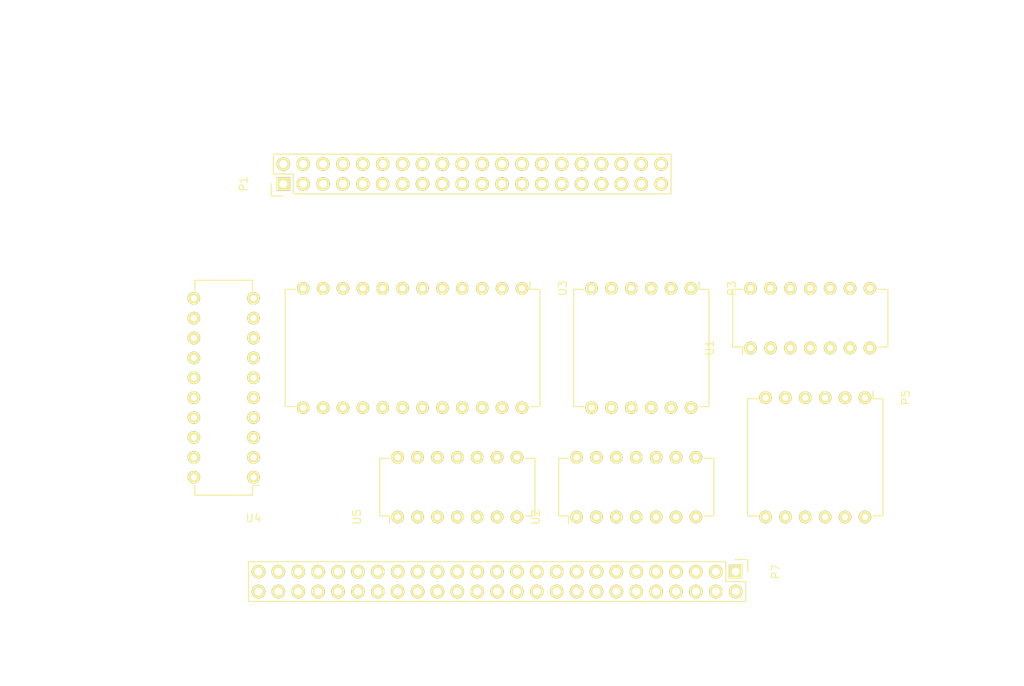
<source format=kicad_pcb>
(kicad_pcb (version 4) (host pcbnew "(after 2015-mar-04 BZR unknown)-product")

  (general
    (links 90)
    (no_connects 90)
    (area 0 0 0 0)
    (thickness 1.6)
    (drawings 0)
    (tracks 0)
    (zones 0)
    (modules 9)
    (nets 102)
  )

  (page A4)
  (layers
    (0 F.Cu signal)
    (31 B.Cu signal)
    (32 B.Adhes user)
    (33 F.Adhes user)
    (34 B.Paste user)
    (35 F.Paste user)
    (36 B.SilkS user)
    (37 F.SilkS user)
    (38 B.Mask user)
    (39 F.Mask user)
    (40 Dwgs.User user)
    (41 Cmts.User user)
    (42 Eco1.User user)
    (43 Eco2.User user)
    (44 Edge.Cuts user)
    (45 Margin user)
    (46 B.CrtYd user)
    (47 F.CrtYd user)
    (48 B.Fab user)
    (49 F.Fab user)
  )

  (setup
    (last_trace_width 0.25)
    (trace_clearance 0.2)
    (zone_clearance 0.508)
    (zone_45_only no)
    (trace_min 0.2)
    (segment_width 0.2)
    (edge_width 0.1)
    (via_size 0.6)
    (via_drill 0.4)
    (via_min_size 0.4)
    (via_min_drill 0.3)
    (uvia_size 0.3)
    (uvia_drill 0.1)
    (uvias_allowed no)
    (uvia_min_size 0.2)
    (uvia_min_drill 0.1)
    (pcb_text_width 0.3)
    (pcb_text_size 1.5 1.5)
    (mod_edge_width 0.15)
    (mod_text_size 1 1)
    (mod_text_width 0.15)
    (pad_size 1.5 1.5)
    (pad_drill 0.6)
    (pad_to_mask_clearance 0)
    (aux_axis_origin 0 0)
    (visible_elements 7FFFFFFF)
    (pcbplotparams
      (layerselection 0x00030_80000001)
      (usegerberextensions false)
      (excludeedgelayer true)
      (linewidth 0.100000)
      (plotframeref false)
      (viasonmask false)
      (mode 1)
      (useauxorigin false)
      (hpglpennumber 1)
      (hpglpenspeed 20)
      (hpglpendiameter 15)
      (hpglpenoverlay 2)
      (psnegative false)
      (psa4output false)
      (plotreference true)
      (plotvalue true)
      (plotinvisibletext false)
      (padsonsilk false)
      (subtractmaskfromsilk false)
      (outputformat 1)
      (mirror false)
      (drillshape 1)
      (scaleselection 1)
      (outputdirectory ""))
  )

  (net 0 "")
  (net 1 "Net-(P1-Pad1)")
  (net 2 "Net-(P1-Pad2)")
  (net 3 G2)
  (net 4 "Net-(P1-Pad4)")
  (net 5 G3)
  (net 6 "Net-(P1-Pad6)")
  (net 7 G4)
  (net 8 G13)
  (net 9 "Net-(P1-Pad9)")
  (net 10 G12)
  (net 11 G17)
  (net 12 G18)
  (net 13 "Net-(P1-Pad13)")
  (net 14 "Net-(P1-Pad14)")
  (net 15 G23)
  (net 16 "Net-(P1-Pad17)")
  (net 17 "Net-(P1-Pad18)")
  (net 18 G10)
  (net 19 "Net-(P1-Pad20)")
  (net 20 G9)
  (net 21 "Net-(P1-Pad22)")
  (net 22 G11)
  (net 23 G8)
  (net 24 "Net-(P1-Pad25)")
  (net 25 G7)
  (net 26 G0)
  (net 27 G1)
  (net 28 G5)
  (net 29 "Net-(P1-Pad30)")
  (net 30 G6)
  (net 31 G15)
  (net 32 G14)
  (net 33 "Net-(P1-Pad34)")
  (net 34 +3V3)
  (net 35 GND)
  (net 36 /RD)
  (net 37 +5V)
  (net 38 /IORQ)
  (net 39 G19)
  (net 40 "Net-(P3-Pad4)")
  (net 41 G16)
  (net 42 /INT)
  (net 43 /D3)
  (net 44 /D2)
  (net 45 /D1)
  (net 46 /D0)
  (net 47 /D7)
  (net 48 /D6)
  (net 49 /D5)
  (net 50 /D4)
  (net 51 /CS1)
  (net 52 /CS2)
  (net 53 /CS12)
  (net 54 /SLTSL)
  (net 55 "Net-(P7-Pad5)")
  (net 56 "Net-(P7-Pad6)")
  (net 57 "Net-(P7-Pad7)")
  (net 58 "Net-(P7-Pad9)")
  (net 59 MERQ)
  (net 60 "Net-(P7-Pad16)")
  (net 61 /A9)
  (net 62 /A15)
  (net 63 /A11)
  (net 64 /A10)
  (net 65 /A7)
  (net 66 /A6)
  (net 67 /A12)
  (net 68 /A8)
  (net 69 /A14)
  (net 70 "Net-(U1-Pad3)")
  (net 71 "Net-(U1-Pad5)")
  (net 72 "Net-(U3-Pad3)")
  (net 73 /A0)
  (net 74 /A1)
  (net 75 /A2)
  (net 76 /A3)
  (net 77 /A4)
  (net 78 /A5)
  (net 79 "Net-(U2-Pad12)")
  (net 80 "Net-(U2-Pad5)")
  (net 81 "Net-(U2-Pad6)")
  (net 82 "Net-(U2-Pad13)")
  (net 83 /A13)
  (net 84 "Net-(P7-Pad42)")
  (net 85 "Net-(P7-Pad44)")
  (net 86 "Net-(P7-Pad46)")
  (net 87 "Net-(P7-Pad48)")
  (net 88 "Net-(P7-Pad49)")
  (net 89 "Net-(P7-Pad50)")
  (net 90 "Net-(P1-Pad37)")
  (net 91 "Net-(P1-Pad39)")
  (net 92 /WAIT_RESET)
  (net 93 "Net-(U2-Pad10)")
  (net 94 /BUSDIR)
  (net 95 RESET)
  (net 96 "Net-(U1-Pad6)")
  (net 97 "Net-(U2-Pad11)")
  (net 98 VCC)
  (net 99 "Net-(U5-Pad3)")
  (net 100 "Net-(U5-Pad10)")
  (net 101 /WR)

  (net_class Default "This is the default net class."
    (clearance 0.2)
    (trace_width 0.25)
    (via_dia 0.6)
    (via_drill 0.4)
    (uvia_dia 0.3)
    (uvia_drill 0.1)
    (add_net +3V3)
    (add_net +5V)
    (add_net /A0)
    (add_net /A1)
    (add_net /A10)
    (add_net /A11)
    (add_net /A12)
    (add_net /A13)
    (add_net /A14)
    (add_net /A15)
    (add_net /A2)
    (add_net /A3)
    (add_net /A4)
    (add_net /A5)
    (add_net /A6)
    (add_net /A7)
    (add_net /A8)
    (add_net /A9)
    (add_net /BUSDIR)
    (add_net /CS1)
    (add_net /CS12)
    (add_net /CS2)
    (add_net /D0)
    (add_net /D1)
    (add_net /D2)
    (add_net /D3)
    (add_net /D4)
    (add_net /D5)
    (add_net /D6)
    (add_net /D7)
    (add_net /INT)
    (add_net /IORQ)
    (add_net /RD)
    (add_net /SLTSL)
    (add_net /WAIT_RESET)
    (add_net /WR)
    (add_net G0)
    (add_net G1)
    (add_net G10)
    (add_net G11)
    (add_net G12)
    (add_net G13)
    (add_net G14)
    (add_net G15)
    (add_net G16)
    (add_net G17)
    (add_net G18)
    (add_net G19)
    (add_net G2)
    (add_net G23)
    (add_net G3)
    (add_net G4)
    (add_net G5)
    (add_net G6)
    (add_net G7)
    (add_net G8)
    (add_net G9)
    (add_net GND)
    (add_net MERQ)
    (add_net "Net-(P1-Pad1)")
    (add_net "Net-(P1-Pad13)")
    (add_net "Net-(P1-Pad14)")
    (add_net "Net-(P1-Pad17)")
    (add_net "Net-(P1-Pad18)")
    (add_net "Net-(P1-Pad2)")
    (add_net "Net-(P1-Pad20)")
    (add_net "Net-(P1-Pad22)")
    (add_net "Net-(P1-Pad25)")
    (add_net "Net-(P1-Pad30)")
    (add_net "Net-(P1-Pad34)")
    (add_net "Net-(P1-Pad37)")
    (add_net "Net-(P1-Pad39)")
    (add_net "Net-(P1-Pad4)")
    (add_net "Net-(P1-Pad6)")
    (add_net "Net-(P1-Pad9)")
    (add_net "Net-(P3-Pad4)")
    (add_net "Net-(P7-Pad16)")
    (add_net "Net-(P7-Pad42)")
    (add_net "Net-(P7-Pad44)")
    (add_net "Net-(P7-Pad46)")
    (add_net "Net-(P7-Pad48)")
    (add_net "Net-(P7-Pad49)")
    (add_net "Net-(P7-Pad5)")
    (add_net "Net-(P7-Pad50)")
    (add_net "Net-(P7-Pad6)")
    (add_net "Net-(P7-Pad7)")
    (add_net "Net-(P7-Pad9)")
    (add_net "Net-(U1-Pad3)")
    (add_net "Net-(U1-Pad5)")
    (add_net "Net-(U1-Pad6)")
    (add_net "Net-(U2-Pad10)")
    (add_net "Net-(U2-Pad11)")
    (add_net "Net-(U2-Pad12)")
    (add_net "Net-(U2-Pad13)")
    (add_net "Net-(U2-Pad5)")
    (add_net "Net-(U2-Pad6)")
    (add_net "Net-(U3-Pad3)")
    (add_net "Net-(U5-Pad10)")
    (add_net "Net-(U5-Pad3)")
    (add_net RESET)
    (add_net VCC)
  )

  (module Pin_Headers:Pin_Header_Straight_2x20 (layer F.Cu) (tedit 0) (tstamp 55927730)
    (at 131.445 83.185 90)
    (descr "Through hole pin header")
    (tags "pin header")
    (path /558956E0)
    (fp_text reference P1 (at 0 -5.1 90) (layer F.SilkS)
      (effects (font (size 1 1) (thickness 0.15)))
    )
    (fp_text value RASPI_V2 (at 0 -3.1 90) (layer F.Fab)
      (effects (font (size 1 1) (thickness 0.15)))
    )
    (fp_line (start -1.75 -1.75) (end -1.75 50.05) (layer F.CrtYd) (width 0.05))
    (fp_line (start 4.3 -1.75) (end 4.3 50.05) (layer F.CrtYd) (width 0.05))
    (fp_line (start -1.75 -1.75) (end 4.3 -1.75) (layer F.CrtYd) (width 0.05))
    (fp_line (start -1.75 50.05) (end 4.3 50.05) (layer F.CrtYd) (width 0.05))
    (fp_line (start 3.81 49.53) (end 3.81 -1.27) (layer F.SilkS) (width 0.15))
    (fp_line (start -1.27 1.27) (end -1.27 49.53) (layer F.SilkS) (width 0.15))
    (fp_line (start 3.81 49.53) (end -1.27 49.53) (layer F.SilkS) (width 0.15))
    (fp_line (start 3.81 -1.27) (end 1.27 -1.27) (layer F.SilkS) (width 0.15))
    (fp_line (start 0 -1.55) (end -1.55 -1.55) (layer F.SilkS) (width 0.15))
    (fp_line (start 1.27 -1.27) (end 1.27 1.27) (layer F.SilkS) (width 0.15))
    (fp_line (start 1.27 1.27) (end -1.27 1.27) (layer F.SilkS) (width 0.15))
    (fp_line (start -1.55 -1.55) (end -1.55 0) (layer F.SilkS) (width 0.15))
    (pad 1 thru_hole rect (at 0 0 90) (size 1.7272 1.7272) (drill 1.016) (layers *.Cu *.Mask F.SilkS)
      (net 1 "Net-(P1-Pad1)"))
    (pad 2 thru_hole oval (at 2.54 0 90) (size 1.7272 1.7272) (drill 1.016) (layers *.Cu *.Mask F.SilkS)
      (net 2 "Net-(P1-Pad2)"))
    (pad 3 thru_hole oval (at 0 2.54 90) (size 1.7272 1.7272) (drill 1.016) (layers *.Cu *.Mask F.SilkS)
      (net 3 G2))
    (pad 4 thru_hole oval (at 2.54 2.54 90) (size 1.7272 1.7272) (drill 1.016) (layers *.Cu *.Mask F.SilkS)
      (net 4 "Net-(P1-Pad4)"))
    (pad 5 thru_hole oval (at 0 5.08 90) (size 1.7272 1.7272) (drill 1.016) (layers *.Cu *.Mask F.SilkS)
      (net 5 G3))
    (pad 6 thru_hole oval (at 2.54 5.08 90) (size 1.7272 1.7272) (drill 1.016) (layers *.Cu *.Mask F.SilkS)
      (net 6 "Net-(P1-Pad6)"))
    (pad 7 thru_hole oval (at 0 7.62 90) (size 1.7272 1.7272) (drill 1.016) (layers *.Cu *.Mask F.SilkS)
      (net 7 G4))
    (pad 8 thru_hole oval (at 2.54 7.62 90) (size 1.7272 1.7272) (drill 1.016) (layers *.Cu *.Mask F.SilkS)
      (net 32 G14))
    (pad 9 thru_hole oval (at 0 10.16 90) (size 1.7272 1.7272) (drill 1.016) (layers *.Cu *.Mask F.SilkS)
      (net 9 "Net-(P1-Pad9)"))
    (pad 10 thru_hole oval (at 2.54 10.16 90) (size 1.7272 1.7272) (drill 1.016) (layers *.Cu *.Mask F.SilkS)
      (net 31 G15))
    (pad 11 thru_hole oval (at 0 12.7 90) (size 1.7272 1.7272) (drill 1.016) (layers *.Cu *.Mask F.SilkS)
      (net 11 G17))
    (pad 12 thru_hole oval (at 2.54 12.7 90) (size 1.7272 1.7272) (drill 1.016) (layers *.Cu *.Mask F.SilkS)
      (net 12 G18))
    (pad 13 thru_hole oval (at 0 15.24 90) (size 1.7272 1.7272) (drill 1.016) (layers *.Cu *.Mask F.SilkS)
      (net 13 "Net-(P1-Pad13)"))
    (pad 14 thru_hole oval (at 2.54 15.24 90) (size 1.7272 1.7272) (drill 1.016) (layers *.Cu *.Mask F.SilkS)
      (net 14 "Net-(P1-Pad14)"))
    (pad 15 thru_hole oval (at 0 17.78 90) (size 1.7272 1.7272) (drill 1.016) (layers *.Cu *.Mask F.SilkS)
      (net 92 /WAIT_RESET))
    (pad 16 thru_hole oval (at 2.54 17.78 90) (size 1.7272 1.7272) (drill 1.016) (layers *.Cu *.Mask F.SilkS)
      (net 15 G23))
    (pad 17 thru_hole oval (at 0 20.32 90) (size 1.7272 1.7272) (drill 1.016) (layers *.Cu *.Mask F.SilkS)
      (net 16 "Net-(P1-Pad17)"))
    (pad 18 thru_hole oval (at 2.54 20.32 90) (size 1.7272 1.7272) (drill 1.016) (layers *.Cu *.Mask F.SilkS)
      (net 17 "Net-(P1-Pad18)"))
    (pad 19 thru_hole oval (at 0 22.86 90) (size 1.7272 1.7272) (drill 1.016) (layers *.Cu *.Mask F.SilkS)
      (net 18 G10))
    (pad 20 thru_hole oval (at 2.54 22.86 90) (size 1.7272 1.7272) (drill 1.016) (layers *.Cu *.Mask F.SilkS)
      (net 19 "Net-(P1-Pad20)"))
    (pad 21 thru_hole oval (at 0 25.4 90) (size 1.7272 1.7272) (drill 1.016) (layers *.Cu *.Mask F.SilkS)
      (net 20 G9))
    (pad 22 thru_hole oval (at 2.54 25.4 90) (size 1.7272 1.7272) (drill 1.016) (layers *.Cu *.Mask F.SilkS)
      (net 21 "Net-(P1-Pad22)"))
    (pad 23 thru_hole oval (at 0 27.94 90) (size 1.7272 1.7272) (drill 1.016) (layers *.Cu *.Mask F.SilkS)
      (net 22 G11))
    (pad 24 thru_hole oval (at 2.54 27.94 90) (size 1.7272 1.7272) (drill 1.016) (layers *.Cu *.Mask F.SilkS)
      (net 23 G8))
    (pad 25 thru_hole oval (at 0 30.48 90) (size 1.7272 1.7272) (drill 1.016) (layers *.Cu *.Mask F.SilkS)
      (net 24 "Net-(P1-Pad25)"))
    (pad 26 thru_hole oval (at 2.54 30.48 90) (size 1.7272 1.7272) (drill 1.016) (layers *.Cu *.Mask F.SilkS)
      (net 25 G7))
    (pad 27 thru_hole oval (at 0 33.02 90) (size 1.7272 1.7272) (drill 1.016) (layers *.Cu *.Mask F.SilkS)
      (net 26 G0))
    (pad 28 thru_hole oval (at 2.54 33.02 90) (size 1.7272 1.7272) (drill 1.016) (layers *.Cu *.Mask F.SilkS)
      (net 27 G1))
    (pad 29 thru_hole oval (at 0 35.56 90) (size 1.7272 1.7272) (drill 1.016) (layers *.Cu *.Mask F.SilkS)
      (net 28 G5))
    (pad 30 thru_hole oval (at 2.54 35.56 90) (size 1.7272 1.7272) (drill 1.016) (layers *.Cu *.Mask F.SilkS)
      (net 29 "Net-(P1-Pad30)"))
    (pad 31 thru_hole oval (at 0 38.1 90) (size 1.7272 1.7272) (drill 1.016) (layers *.Cu *.Mask F.SilkS)
      (net 30 G6))
    (pad 32 thru_hole oval (at 2.54 38.1 90) (size 1.7272 1.7272) (drill 1.016) (layers *.Cu *.Mask F.SilkS)
      (net 10 G12))
    (pad 33 thru_hole oval (at 0 40.64 90) (size 1.7272 1.7272) (drill 1.016) (layers *.Cu *.Mask F.SilkS)
      (net 8 G13))
    (pad 34 thru_hole oval (at 2.54 40.64 90) (size 1.7272 1.7272) (drill 1.016) (layers *.Cu *.Mask F.SilkS)
      (net 33 "Net-(P1-Pad34)"))
    (pad 35 thru_hole oval (at 0 43.18 90) (size 1.7272 1.7272) (drill 1.016) (layers *.Cu *.Mask F.SilkS)
      (net 39 G19))
    (pad 36 thru_hole oval (at 2.54 43.18 90) (size 1.7272 1.7272) (drill 1.016) (layers *.Cu *.Mask F.SilkS)
      (net 41 G16))
    (pad 37 thru_hole oval (at 0 45.72 90) (size 1.7272 1.7272) (drill 1.016) (layers *.Cu *.Mask F.SilkS)
      (net 90 "Net-(P1-Pad37)"))
    (pad 38 thru_hole oval (at 2.54 45.72 90) (size 1.7272 1.7272) (drill 1.016) (layers *.Cu *.Mask F.SilkS)
      (net 36 /RD))
    (pad 39 thru_hole oval (at 0 48.26 90) (size 1.7272 1.7272) (drill 1.016) (layers *.Cu *.Mask F.SilkS)
      (net 91 "Net-(P1-Pad39)"))
    (pad 40 thru_hole oval (at 2.54 48.26 90) (size 1.7272 1.7272) (drill 1.016) (layers *.Cu *.Mask F.SilkS)
      (net 101 /WR))
    (model Pin_Headers.3dshapes/Pin_Header_Straight_2x20.wrl
      (at (xyz 0.05 -0.95 0))
      (scale (xyz 1 1 1))
      (rotate (xyz 0 0 90))
    )
  )

  (module meesokim:DIP-12_W15.24mm (layer F.Cu) (tedit 558A229B) (tstamp 5592774B)
    (at 183.515 96.52 270)
    (descr "12-lead dip package, row spacing 15.24 mm (600 mils)")
    (tags "dil dip 2.54 600")
    (path /55897B6E)
    (attr virtual)
    (fp_text reference P3 (at 0 -5.22 270) (layer F.SilkS)
      (effects (font (size 1 1) (thickness 0.15)))
    )
    (fp_text value LS04 (at 0 -3.72 270) (layer F.Fab)
      (effects (font (size 1 1) (thickness 0.15)))
    )
    (fp_line (start -1.05 -2.45) (end -1.05 35.5) (layer F.CrtYd) (width 0.05))
    (fp_line (start 16.3 -2.45) (end 16.3 35.5) (layer F.CrtYd) (width 0.05))
    (fp_line (start -1.05 -2.45) (end 16.3 -2.45) (layer F.CrtYd) (width 0.05))
    (fp_line (start -1.05 15.18) (end 16.3 15.18) (layer F.CrtYd) (width 0.05))
    (fp_line (start 0.135 -2.295) (end 0.135 -1.025) (layer F.SilkS) (width 0.15))
    (fp_line (start 15.105 -2.295) (end 15.105 -1.025) (layer F.SilkS) (width 0.15))
    (fp_line (start 15.105 14.995) (end 15.105 13.725) (layer F.SilkS) (width 0.15))
    (fp_line (start 0.135 14.995) (end 0.135 13.725) (layer F.SilkS) (width 0.15))
    (fp_line (start 0.135 -2.295) (end 15.105 -2.295) (layer F.SilkS) (width 0.15))
    (fp_line (start 0.135 14.995) (end 15.105 14.995) (layer F.SilkS) (width 0.15))
    (fp_line (start 0.135 -1.025) (end -0.8 -1.025) (layer F.SilkS) (width 0.15))
    (pad 1 thru_hole oval (at 0 0 270) (size 1.6 1.6) (drill 0.8) (layers *.Cu *.Mask F.SilkS)
      (net 39 G19))
    (pad 2 thru_hole oval (at 0 2.54 270) (size 1.6 1.6) (drill 0.8) (layers *.Cu *.Mask F.SilkS)
      (net 12 G18))
    (pad 3 thru_hole oval (at 0 5.08 270) (size 1.6 1.6) (drill 0.8) (layers *.Cu *.Mask F.SilkS)
      (net 34 +3V3))
    (pad 4 thru_hole oval (at 0 7.62 270) (size 1.6 1.6) (drill 0.8) (layers *.Cu *.Mask F.SilkS)
      (net 40 "Net-(P3-Pad4)"))
    (pad 5 thru_hole oval (at 0 10.16 270) (size 1.6 1.6) (drill 0.8) (layers *.Cu *.Mask F.SilkS)
      (net 11 G17))
    (pad 6 thru_hole oval (at 0 12.7 270) (size 1.6 1.6) (drill 0.8) (layers *.Cu *.Mask F.SilkS)
      (net 41 G16))
    (pad 7 thru_hole oval (at 15.24 12.7 270) (size 1.6 1.6) (drill 0.8) (layers *.Cu *.Mask F.SilkS)
      (net 42 /INT))
    (pad 8 thru_hole oval (at 15.24 10.16 270) (size 1.6 1.6) (drill 0.8) (layers *.Cu *.Mask F.SilkS)
      (net 94 /BUSDIR))
    (pad 9 thru_hole oval (at 15.24 7.62 270) (size 1.6 1.6) (drill 0.8) (layers *.Cu *.Mask F.SilkS)
      (net 35 GND))
    (pad 10 thru_hole oval (at 15.24 5.08 270) (size 1.6 1.6) (drill 0.8) (layers *.Cu *.Mask F.SilkS)
      (net 37 +5V))
    (pad 11 thru_hole oval (at 15.24 2.54 270) (size 1.6 1.6) (drill 0.8) (layers *.Cu *.Mask F.SilkS)
      (net 38 /IORQ))
    (pad 12 thru_hole oval (at 15.24 0 270) (size 1.6 1.6) (drill 0.8) (layers *.Cu *.Mask F.SilkS)
      (net 59 MERQ))
    (model Housings_DIP.3dshapes/DIP-28_W15.24mm.wrl
      (at (xyz 0 0 0))
      (scale (xyz 1 1 1))
      (rotate (xyz 0 0 0))
    )
  )

  (module meesokim:DIP-12_W15.24mm (layer F.Cu) (tedit 558A229B) (tstamp 55927766)
    (at 205.74 110.49 270)
    (descr "12-lead dip package, row spacing 15.24 mm (600 mils)")
    (tags "dil dip 2.54 600")
    (path /558A31BB)
    (attr virtual)
    (fp_text reference P5 (at 0 -5.22 270) (layer F.SilkS)
      (effects (font (size 1 1) (thickness 0.15)))
    )
    (fp_text value LS04 (at 0 -3.72 270) (layer F.Fab)
      (effects (font (size 1 1) (thickness 0.15)))
    )
    (fp_line (start -1.05 -2.45) (end -1.05 35.5) (layer F.CrtYd) (width 0.05))
    (fp_line (start 16.3 -2.45) (end 16.3 35.5) (layer F.CrtYd) (width 0.05))
    (fp_line (start -1.05 -2.45) (end 16.3 -2.45) (layer F.CrtYd) (width 0.05))
    (fp_line (start -1.05 15.18) (end 16.3 15.18) (layer F.CrtYd) (width 0.05))
    (fp_line (start 0.135 -2.295) (end 0.135 -1.025) (layer F.SilkS) (width 0.15))
    (fp_line (start 15.105 -2.295) (end 15.105 -1.025) (layer F.SilkS) (width 0.15))
    (fp_line (start 15.105 14.995) (end 15.105 13.725) (layer F.SilkS) (width 0.15))
    (fp_line (start 0.135 14.995) (end 0.135 13.725) (layer F.SilkS) (width 0.15))
    (fp_line (start 0.135 -2.295) (end 15.105 -2.295) (layer F.SilkS) (width 0.15))
    (fp_line (start 0.135 14.995) (end 15.105 14.995) (layer F.SilkS) (width 0.15))
    (fp_line (start 0.135 -1.025) (end -0.8 -1.025) (layer F.SilkS) (width 0.15))
    (pad 1 thru_hole oval (at 0 0 270) (size 1.6 1.6) (drill 0.8) (layers *.Cu *.Mask F.SilkS)
      (net 31 G15))
    (pad 2 thru_hole oval (at 0 2.54 270) (size 1.6 1.6) (drill 0.8) (layers *.Cu *.Mask F.SilkS)
      (net 32 G14))
    (pad 3 thru_hole oval (at 0 5.08 270) (size 1.6 1.6) (drill 0.8) (layers *.Cu *.Mask F.SilkS)
      (net 34 +3V3))
    (pad 4 thru_hole oval (at 0 7.62 270) (size 1.6 1.6) (drill 0.8) (layers *.Cu *.Mask F.SilkS)
      (net 35 GND))
    (pad 5 thru_hole oval (at 0 10.16 270) (size 1.6 1.6) (drill 0.8) (layers *.Cu *.Mask F.SilkS)
      (net 8 G13))
    (pad 6 thru_hole oval (at 0 12.7 270) (size 1.6 1.6) (drill 0.8) (layers *.Cu *.Mask F.SilkS)
      (net 10 G12))
    (pad 7 thru_hole oval (at 15.24 12.7 270) (size 1.6 1.6) (drill 0.8) (layers *.Cu *.Mask F.SilkS)
      (net 51 /CS1))
    (pad 8 thru_hole oval (at 15.24 10.16 270) (size 1.6 1.6) (drill 0.8) (layers *.Cu *.Mask F.SilkS)
      (net 52 /CS2))
    (pad 9 thru_hole oval (at 15.24 7.62 270) (size 1.6 1.6) (drill 0.8) (layers *.Cu *.Mask F.SilkS)
      (net 35 GND))
    (pad 10 thru_hole oval (at 15.24 5.08 270) (size 1.6 1.6) (drill 0.8) (layers *.Cu *.Mask F.SilkS)
      (net 37 +5V))
    (pad 11 thru_hole oval (at 15.24 2.54 270) (size 1.6 1.6) (drill 0.8) (layers *.Cu *.Mask F.SilkS)
      (net 53 /CS12))
    (pad 12 thru_hole oval (at 15.24 0 270) (size 1.6 1.6) (drill 0.8) (layers *.Cu *.Mask F.SilkS)
      (net 54 /SLTSL))
    (model Housings_DIP.3dshapes/DIP-28_W15.24mm.wrl
      (at (xyz 0 0 0))
      (scale (xyz 1 1 1))
      (rotate (xyz 0 0 0))
    )
  )

  (module Pin_Headers:Pin_Header_Straight_2x25 (layer F.Cu) (tedit 0) (tstamp 559277A8)
    (at 189.23 132.715 270)
    (descr "Through hole pin header")
    (tags "pin header")
    (path /558B88F9)
    (fp_text reference P7 (at 0 -5.1 270) (layer F.SilkS)
      (effects (font (size 1 1) (thickness 0.15)))
    )
    (fp_text value MSX_SLOT (at 0 -3.1 270) (layer F.Fab)
      (effects (font (size 1 1) (thickness 0.15)))
    )
    (fp_line (start -1.75 -1.75) (end -1.75 62.75) (layer F.CrtYd) (width 0.05))
    (fp_line (start 4.3 -1.75) (end 4.3 62.75) (layer F.CrtYd) (width 0.05))
    (fp_line (start -1.75 -1.75) (end 4.3 -1.75) (layer F.CrtYd) (width 0.05))
    (fp_line (start -1.75 62.75) (end 4.3 62.75) (layer F.CrtYd) (width 0.05))
    (fp_line (start -1.27 1.27) (end -1.27 62.23) (layer F.SilkS) (width 0.15))
    (fp_line (start 3.81 62.23) (end 3.81 -1.27) (layer F.SilkS) (width 0.15))
    (fp_line (start 3.81 62.23) (end -1.27 62.23) (layer F.SilkS) (width 0.15))
    (fp_line (start 3.81 -1.27) (end 1.27 -1.27) (layer F.SilkS) (width 0.15))
    (fp_line (start 0 -1.55) (end -1.55 -1.55) (layer F.SilkS) (width 0.15))
    (fp_line (start 1.27 -1.27) (end 1.27 1.27) (layer F.SilkS) (width 0.15))
    (fp_line (start 1.27 1.27) (end -1.27 1.27) (layer F.SilkS) (width 0.15))
    (fp_line (start -1.55 -1.55) (end -1.55 0) (layer F.SilkS) (width 0.15))
    (pad 1 thru_hole rect (at 0 0 270) (size 1.7272 1.7272) (drill 1.016) (layers *.Cu *.Mask F.SilkS)
      (net 51 /CS1))
    (pad 2 thru_hole oval (at 2.54 0 270) (size 1.7272 1.7272) (drill 1.016) (layers *.Cu *.Mask F.SilkS)
      (net 52 /CS2))
    (pad 3 thru_hole oval (at 0 2.54 270) (size 1.7272 1.7272) (drill 1.016) (layers *.Cu *.Mask F.SilkS)
      (net 53 /CS12))
    (pad 4 thru_hole oval (at 2.54 2.54 270) (size 1.7272 1.7272) (drill 1.016) (layers *.Cu *.Mask F.SilkS)
      (net 54 /SLTSL))
    (pad 5 thru_hole oval (at 0 5.08 270) (size 1.7272 1.7272) (drill 1.016) (layers *.Cu *.Mask F.SilkS)
      (net 55 "Net-(P7-Pad5)"))
    (pad 6 thru_hole oval (at 2.54 5.08 270) (size 1.7272 1.7272) (drill 1.016) (layers *.Cu *.Mask F.SilkS)
      (net 56 "Net-(P7-Pad6)"))
    (pad 7 thru_hole oval (at 0 7.62 270) (size 1.7272 1.7272) (drill 1.016) (layers *.Cu *.Mask F.SilkS)
      (net 57 "Net-(P7-Pad7)"))
    (pad 8 thru_hole oval (at 2.54 7.62 270) (size 1.7272 1.7272) (drill 1.016) (layers *.Cu *.Mask F.SilkS)
      (net 42 /INT))
    (pad 9 thru_hole oval (at 0 10.16 270) (size 1.7272 1.7272) (drill 1.016) (layers *.Cu *.Mask F.SilkS)
      (net 58 "Net-(P7-Pad9)"))
    (pad 10 thru_hole oval (at 2.54 10.16 270) (size 1.7272 1.7272) (drill 1.016) (layers *.Cu *.Mask F.SilkS)
      (net 94 /BUSDIR))
    (pad 11 thru_hole oval (at 0 12.7 270) (size 1.7272 1.7272) (drill 1.016) (layers *.Cu *.Mask F.SilkS)
      (net 38 /IORQ))
    (pad 12 thru_hole oval (at 2.54 12.7 270) (size 1.7272 1.7272) (drill 1.016) (layers *.Cu *.Mask F.SilkS)
      (net 59 MERQ))
    (pad 13 thru_hole oval (at 0 15.24 270) (size 1.7272 1.7272) (drill 1.016) (layers *.Cu *.Mask F.SilkS)
      (net 101 /WR))
    (pad 14 thru_hole oval (at 2.54 15.24 270) (size 1.7272 1.7272) (drill 1.016) (layers *.Cu *.Mask F.SilkS)
      (net 36 /RD))
    (pad 15 thru_hole oval (at 0 17.78 270) (size 1.7272 1.7272) (drill 1.016) (layers *.Cu *.Mask F.SilkS)
      (net 95 RESET))
    (pad 16 thru_hole oval (at 2.54 17.78 270) (size 1.7272 1.7272) (drill 1.016) (layers *.Cu *.Mask F.SilkS)
      (net 60 "Net-(P7-Pad16)"))
    (pad 17 thru_hole oval (at 0 20.32 270) (size 1.7272 1.7272) (drill 1.016) (layers *.Cu *.Mask F.SilkS)
      (net 61 /A9))
    (pad 18 thru_hole oval (at 2.54 20.32 270) (size 1.7272 1.7272) (drill 1.016) (layers *.Cu *.Mask F.SilkS)
      (net 62 /A15))
    (pad 19 thru_hole oval (at 0 22.86 270) (size 1.7272 1.7272) (drill 1.016) (layers *.Cu *.Mask F.SilkS)
      (net 63 /A11))
    (pad 20 thru_hole oval (at 2.54 22.86 270) (size 1.7272 1.7272) (drill 1.016) (layers *.Cu *.Mask F.SilkS)
      (net 64 /A10))
    (pad 21 thru_hole oval (at 0 25.4 270) (size 1.7272 1.7272) (drill 1.016) (layers *.Cu *.Mask F.SilkS)
      (net 65 /A7))
    (pad 22 thru_hole oval (at 2.54 25.4 270) (size 1.7272 1.7272) (drill 1.016) (layers *.Cu *.Mask F.SilkS)
      (net 66 /A6))
    (pad 23 thru_hole oval (at 0 27.94 270) (size 1.7272 1.7272) (drill 1.016) (layers *.Cu *.Mask F.SilkS)
      (net 67 /A12))
    (pad 24 thru_hole oval (at 2.54 27.94 270) (size 1.7272 1.7272) (drill 1.016) (layers *.Cu *.Mask F.SilkS)
      (net 68 /A8))
    (pad 25 thru_hole oval (at 0 30.48 270) (size 1.7272 1.7272) (drill 1.016) (layers *.Cu *.Mask F.SilkS)
      (net 69 /A14))
    (pad 26 thru_hole oval (at 2.54 30.48 270) (size 1.7272 1.7272) (drill 1.016) (layers *.Cu *.Mask F.SilkS)
      (net 83 /A13))
    (pad 27 thru_hole oval (at 0 33.02 270) (size 1.7272 1.7272) (drill 1.016) (layers *.Cu *.Mask F.SilkS)
      (net 74 /A1))
    (pad 28 thru_hole oval (at 2.54 33.02 270) (size 1.7272 1.7272) (drill 1.016) (layers *.Cu *.Mask F.SilkS)
      (net 73 /A0))
    (pad 29 thru_hole oval (at 0 35.56 270) (size 1.7272 1.7272) (drill 1.016) (layers *.Cu *.Mask F.SilkS)
      (net 76 /A3))
    (pad 30 thru_hole oval (at 2.54 35.56 270) (size 1.7272 1.7272) (drill 1.016) (layers *.Cu *.Mask F.SilkS)
      (net 75 /A2))
    (pad 31 thru_hole oval (at 0 38.1 270) (size 1.7272 1.7272) (drill 1.016) (layers *.Cu *.Mask F.SilkS)
      (net 78 /A5))
    (pad 32 thru_hole oval (at 2.54 38.1 270) (size 1.7272 1.7272) (drill 1.016) (layers *.Cu *.Mask F.SilkS)
      (net 77 /A4))
    (pad 33 thru_hole oval (at 0 40.64 270) (size 1.7272 1.7272) (drill 1.016) (layers *.Cu *.Mask F.SilkS)
      (net 45 /D1))
    (pad 34 thru_hole oval (at 2.54 40.64 270) (size 1.7272 1.7272) (drill 1.016) (layers *.Cu *.Mask F.SilkS)
      (net 46 /D0))
    (pad 35 thru_hole oval (at 0 43.18 270) (size 1.7272 1.7272) (drill 1.016) (layers *.Cu *.Mask F.SilkS)
      (net 43 /D3))
    (pad 36 thru_hole oval (at 2.54 43.18 270) (size 1.7272 1.7272) (drill 1.016) (layers *.Cu *.Mask F.SilkS)
      (net 44 /D2))
    (pad 37 thru_hole oval (at 0 45.72 270) (size 1.7272 1.7272) (drill 1.016) (layers *.Cu *.Mask F.SilkS)
      (net 49 /D5))
    (pad 38 thru_hole oval (at 2.54 45.72 270) (size 1.7272 1.7272) (drill 1.016) (layers *.Cu *.Mask F.SilkS)
      (net 50 /D4))
    (pad 39 thru_hole oval (at 0 48.26 270) (size 1.7272 1.7272) (drill 1.016) (layers *.Cu *.Mask F.SilkS)
      (net 47 /D7))
    (pad 40 thru_hole oval (at 2.54 48.26 270) (size 1.7272 1.7272) (drill 1.016) (layers *.Cu *.Mask F.SilkS)
      (net 48 /D6))
    (pad 41 thru_hole oval (at 0 50.8 270) (size 1.7272 1.7272) (drill 1.016) (layers *.Cu *.Mask F.SilkS)
      (net 35 GND))
    (pad 42 thru_hole oval (at 2.54 50.8 270) (size 1.7272 1.7272) (drill 1.016) (layers *.Cu *.Mask F.SilkS)
      (net 84 "Net-(P7-Pad42)"))
    (pad 43 thru_hole oval (at 0 53.34 270) (size 1.7272 1.7272) (drill 1.016) (layers *.Cu *.Mask F.SilkS)
      (net 35 GND))
    (pad 44 thru_hole oval (at 2.54 53.34 270) (size 1.7272 1.7272) (drill 1.016) (layers *.Cu *.Mask F.SilkS)
      (net 85 "Net-(P7-Pad44)"))
    (pad 45 thru_hole oval (at 0 55.88 270) (size 1.7272 1.7272) (drill 1.016) (layers *.Cu *.Mask F.SilkS)
      (net 37 +5V))
    (pad 46 thru_hole oval (at 2.54 55.88 270) (size 1.7272 1.7272) (drill 1.016) (layers *.Cu *.Mask F.SilkS)
      (net 86 "Net-(P7-Pad46)"))
    (pad 47 thru_hole oval (at 0 58.42 270) (size 1.7272 1.7272) (drill 1.016) (layers *.Cu *.Mask F.SilkS)
      (net 37 +5V))
    (pad 48 thru_hole oval (at 2.54 58.42 270) (size 1.7272 1.7272) (drill 1.016) (layers *.Cu *.Mask F.SilkS)
      (net 87 "Net-(P7-Pad48)"))
    (pad 49 thru_hole oval (at 0 60.96 270) (size 1.7272 1.7272) (drill 1.016) (layers *.Cu *.Mask F.SilkS)
      (net 88 "Net-(P7-Pad49)"))
    (pad 50 thru_hole oval (at 2.54 60.96 270) (size 1.7272 1.7272) (drill 1.016) (layers *.Cu *.Mask F.SilkS)
      (net 89 "Net-(P7-Pad50)"))
    (model Pin_Headers.3dshapes/Pin_Header_Straight_2x25.wrl
      (at (xyz 0.05 -1.2 0))
      (scale (xyz 1 1 1))
      (rotate (xyz 0 0 90))
    )
  )

  (module Housings_DIP:DIP-14_W7.62mm (layer F.Cu) (tedit 54130A77) (tstamp 559277C5)
    (at 191.135 104.14 90)
    (descr "14-lead dip package, row spacing 7.62 mm (300 mils)")
    (tags "dil dip 2.54 300")
    (path /5589028D)
    (fp_text reference U1 (at 0 -5.22 90) (layer F.SilkS)
      (effects (font (size 1 1) (thickness 0.15)))
    )
    (fp_text value 74LS74 (at 0 -3.72 90) (layer F.Fab)
      (effects (font (size 1 1) (thickness 0.15)))
    )
    (fp_line (start -1.05 -2.45) (end -1.05 17.7) (layer F.CrtYd) (width 0.05))
    (fp_line (start 8.65 -2.45) (end 8.65 17.7) (layer F.CrtYd) (width 0.05))
    (fp_line (start -1.05 -2.45) (end 8.65 -2.45) (layer F.CrtYd) (width 0.05))
    (fp_line (start -1.05 17.7) (end 8.65 17.7) (layer F.CrtYd) (width 0.05))
    (fp_line (start 0.135 -2.295) (end 0.135 -1.025) (layer F.SilkS) (width 0.15))
    (fp_line (start 7.485 -2.295) (end 7.485 -1.025) (layer F.SilkS) (width 0.15))
    (fp_line (start 7.485 17.535) (end 7.485 16.265) (layer F.SilkS) (width 0.15))
    (fp_line (start 0.135 17.535) (end 0.135 16.265) (layer F.SilkS) (width 0.15))
    (fp_line (start 0.135 -2.295) (end 7.485 -2.295) (layer F.SilkS) (width 0.15))
    (fp_line (start 0.135 17.535) (end 7.485 17.535) (layer F.SilkS) (width 0.15))
    (fp_line (start 0.135 -1.025) (end -0.8 -1.025) (layer F.SilkS) (width 0.15))
    (pad 1 thru_hole oval (at 0 0 90) (size 1.6 1.6) (drill 0.8) (layers *.Cu *.Mask F.SilkS)
      (net 92 /WAIT_RESET))
    (pad 2 thru_hole oval (at 0 2.54 90) (size 1.6 1.6) (drill 0.8) (layers *.Cu *.Mask F.SilkS)
      (net 37 +5V))
    (pad 3 thru_hole oval (at 0 5.08 90) (size 1.6 1.6) (drill 0.8) (layers *.Cu *.Mask F.SilkS)
      (net 70 "Net-(U1-Pad3)"))
    (pad 4 thru_hole oval (at 0 7.62 90) (size 1.6 1.6) (drill 0.8) (layers *.Cu *.Mask F.SilkS)
      (net 37 +5V))
    (pad 5 thru_hole oval (at 0 10.16 90) (size 1.6 1.6) (drill 0.8) (layers *.Cu *.Mask F.SilkS)
      (net 71 "Net-(U1-Pad5)"))
    (pad 6 thru_hole oval (at 0 12.7 90) (size 1.6 1.6) (drill 0.8) (layers *.Cu *.Mask F.SilkS)
      (net 96 "Net-(U1-Pad6)"))
    (pad 7 thru_hole oval (at 0 15.24 90) (size 1.6 1.6) (drill 0.8) (layers *.Cu *.Mask F.SilkS)
      (net 35 GND))
    (pad 8 thru_hole oval (at 7.62 15.24 90) (size 1.6 1.6) (drill 0.8) (layers *.Cu *.Mask F.SilkS))
    (pad 9 thru_hole oval (at 7.62 12.7 90) (size 1.6 1.6) (drill 0.8) (layers *.Cu *.Mask F.SilkS))
    (pad 10 thru_hole oval (at 7.62 10.16 90) (size 1.6 1.6) (drill 0.8) (layers *.Cu *.Mask F.SilkS))
    (pad 11 thru_hole oval (at 7.62 7.62 90) (size 1.6 1.6) (drill 0.8) (layers *.Cu *.Mask F.SilkS))
    (pad 12 thru_hole oval (at 7.62 5.08 90) (size 1.6 1.6) (drill 0.8) (layers *.Cu *.Mask F.SilkS))
    (pad 13 thru_hole oval (at 7.62 2.54 90) (size 1.6 1.6) (drill 0.8) (layers *.Cu *.Mask F.SilkS))
    (pad 14 thru_hole oval (at 7.62 0 90) (size 1.6 1.6) (drill 0.8) (layers *.Cu *.Mask F.SilkS)
      (net 37 +5V))
    (model Housings_DIP.3dshapes/DIP-14_W7.62mm.wrl
      (at (xyz 0 0 0))
      (scale (xyz 1 1 1))
      (rotate (xyz 0 0 0))
    )
  )

  (module Housings_DIP:DIP-14_W7.62mm (layer F.Cu) (tedit 54130A77) (tstamp 559277E2)
    (at 168.91 125.73 90)
    (descr "14-lead dip package, row spacing 7.62 mm (300 mils)")
    (tags "dil dip 2.54 300")
    (path /55899BB5)
    (fp_text reference U2 (at 0 -5.22 90) (layer F.SilkS)
      (effects (font (size 1 1) (thickness 0.15)))
    )
    (fp_text value 7400 (at 0 -3.72 90) (layer F.Fab)
      (effects (font (size 1 1) (thickness 0.15)))
    )
    (fp_line (start -1.05 -2.45) (end -1.05 17.7) (layer F.CrtYd) (width 0.05))
    (fp_line (start 8.65 -2.45) (end 8.65 17.7) (layer F.CrtYd) (width 0.05))
    (fp_line (start -1.05 -2.45) (end 8.65 -2.45) (layer F.CrtYd) (width 0.05))
    (fp_line (start -1.05 17.7) (end 8.65 17.7) (layer F.CrtYd) (width 0.05))
    (fp_line (start 0.135 -2.295) (end 0.135 -1.025) (layer F.SilkS) (width 0.15))
    (fp_line (start 7.485 -2.295) (end 7.485 -1.025) (layer F.SilkS) (width 0.15))
    (fp_line (start 7.485 17.535) (end 7.485 16.265) (layer F.SilkS) (width 0.15))
    (fp_line (start 0.135 17.535) (end 0.135 16.265) (layer F.SilkS) (width 0.15))
    (fp_line (start 0.135 -2.295) (end 7.485 -2.295) (layer F.SilkS) (width 0.15))
    (fp_line (start 0.135 17.535) (end 7.485 17.535) (layer F.SilkS) (width 0.15))
    (fp_line (start 0.135 -1.025) (end -0.8 -1.025) (layer F.SilkS) (width 0.15))
    (pad 1 thru_hole oval (at 0 0 90) (size 1.6 1.6) (drill 0.8) (layers *.Cu *.Mask F.SilkS)
      (net 38 /IORQ))
    (pad 2 thru_hole oval (at 0 2.54 90) (size 1.6 1.6) (drill 0.8) (layers *.Cu *.Mask F.SilkS)
      (net 54 /SLTSL))
    (pad 3 thru_hole oval (at 0 5.08 90) (size 1.6 1.6) (drill 0.8) (layers *.Cu *.Mask F.SilkS)
      (net 79 "Net-(U2-Pad12)"))
    (pad 4 thru_hole oval (at 0 7.62 90) (size 1.6 1.6) (drill 0.8) (layers *.Cu *.Mask F.SilkS)
      (net 101 /WR))
    (pad 5 thru_hole oval (at 0 10.16 90) (size 1.6 1.6) (drill 0.8) (layers *.Cu *.Mask F.SilkS)
      (net 80 "Net-(U2-Pad5)"))
    (pad 6 thru_hole oval (at 0 12.7 90) (size 1.6 1.6) (drill 0.8) (layers *.Cu *.Mask F.SilkS)
      (net 81 "Net-(U2-Pad6)"))
    (pad 7 thru_hole oval (at 0 15.24 90) (size 1.6 1.6) (drill 0.8) (layers *.Cu *.Mask F.SilkS)
      (net 35 GND))
    (pad 8 thru_hole oval (at 7.62 15.24 90) (size 1.6 1.6) (drill 0.8) (layers *.Cu *.Mask F.SilkS)
      (net 70 "Net-(U1-Pad3)"))
    (pad 9 thru_hole oval (at 7.62 12.7 90) (size 1.6 1.6) (drill 0.8) (layers *.Cu *.Mask F.SilkS)
      (net 97 "Net-(U2-Pad11)"))
    (pad 10 thru_hole oval (at 7.62 10.16 90) (size 1.6 1.6) (drill 0.8) (layers *.Cu *.Mask F.SilkS)
      (net 93 "Net-(U2-Pad10)"))
    (pad 11 thru_hole oval (at 7.62 7.62 90) (size 1.6 1.6) (drill 0.8) (layers *.Cu *.Mask F.SilkS)
      (net 97 "Net-(U2-Pad11)"))
    (pad 12 thru_hole oval (at 7.62 5.08 90) (size 1.6 1.6) (drill 0.8) (layers *.Cu *.Mask F.SilkS)
      (net 79 "Net-(U2-Pad12)"))
    (pad 13 thru_hole oval (at 7.62 2.54 90) (size 1.6 1.6) (drill 0.8) (layers *.Cu *.Mask F.SilkS)
      (net 82 "Net-(U2-Pad13)"))
    (pad 14 thru_hole oval (at 7.62 0 90) (size 1.6 1.6) (drill 0.8) (layers *.Cu *.Mask F.SilkS)
      (net 37 +5V))
    (model Housings_DIP.3dshapes/DIP-14_W7.62mm.wrl
      (at (xyz 0 0 0))
      (scale (xyz 1 1 1))
      (rotate (xyz 0 0 0))
    )
  )

  (module Housings_DIP:DIP-24_W15.24mm (layer F.Cu) (tedit 54130A77) (tstamp 55927809)
    (at 161.925 96.52 270)
    (descr "24-lead dip package, row spacing 15.24 mm (600 mils)")
    (tags "dil dip 2.54 600")
    (path /5589104A)
    (fp_text reference U3 (at 0 -5.22 270) (layer F.SilkS)
      (effects (font (size 1 1) (thickness 0.15)))
    )
    (fp_text value 74F676 (at 0 -3.72 270) (layer F.Fab)
      (effects (font (size 1 1) (thickness 0.15)))
    )
    (fp_line (start -1.05 -2.45) (end -1.05 30.4) (layer F.CrtYd) (width 0.05))
    (fp_line (start 16.3 -2.45) (end 16.3 30.4) (layer F.CrtYd) (width 0.05))
    (fp_line (start -1.05 -2.45) (end 16.3 -2.45) (layer F.CrtYd) (width 0.05))
    (fp_line (start -1.05 30.4) (end 16.3 30.4) (layer F.CrtYd) (width 0.05))
    (fp_line (start 0.135 -2.295) (end 0.135 -1.025) (layer F.SilkS) (width 0.15))
    (fp_line (start 15.105 -2.295) (end 15.105 -1.025) (layer F.SilkS) (width 0.15))
    (fp_line (start 15.105 30.235) (end 15.105 28.965) (layer F.SilkS) (width 0.15))
    (fp_line (start 0.135 30.235) (end 0.135 28.965) (layer F.SilkS) (width 0.15))
    (fp_line (start 0.135 -2.295) (end 15.105 -2.295) (layer F.SilkS) (width 0.15))
    (fp_line (start 0.135 30.235) (end 15.105 30.235) (layer F.SilkS) (width 0.15))
    (fp_line (start 0.135 -1.025) (end -0.8 -1.025) (layer F.SilkS) (width 0.15))
    (pad 1 thru_hole oval (at 0 0 270) (size 1.6 1.6) (drill 0.8) (layers *.Cu *.Mask F.SilkS)
      (net 23 G8))
    (pad 2 thru_hole oval (at 0 2.54 270) (size 1.6 1.6) (drill 0.8) (layers *.Cu *.Mask F.SilkS)
      (net 20 G9))
    (pad 3 thru_hole oval (at 0 5.08 270) (size 1.6 1.6) (drill 0.8) (layers *.Cu *.Mask F.SilkS)
      (net 72 "Net-(U3-Pad3)"))
    (pad 4 thru_hole oval (at 0 7.62 270) (size 1.6 1.6) (drill 0.8) (layers *.Cu *.Mask F.SilkS)
      (net 35 GND))
    (pad 5 thru_hole oval (at 0 10.16 270) (size 1.6 1.6) (drill 0.8) (layers *.Cu *.Mask F.SilkS)
      (net 18 G10))
    (pad 6 thru_hole oval (at 0 12.7 270) (size 1.6 1.6) (drill 0.8) (layers *.Cu *.Mask F.SilkS)
      (net 22 G11))
    (pad 7 thru_hole oval (at 0 15.24 270) (size 1.6 1.6) (drill 0.8) (layers *.Cu *.Mask F.SilkS)
      (net 73 /A0))
    (pad 8 thru_hole oval (at 0 17.78 270) (size 1.6 1.6) (drill 0.8) (layers *.Cu *.Mask F.SilkS)
      (net 74 /A1))
    (pad 9 thru_hole oval (at 0 20.32 270) (size 1.6 1.6) (drill 0.8) (layers *.Cu *.Mask F.SilkS)
      (net 75 /A2))
    (pad 10 thru_hole oval (at 0 22.86 270) (size 1.6 1.6) (drill 0.8) (layers *.Cu *.Mask F.SilkS)
      (net 76 /A3))
    (pad 11 thru_hole oval (at 0 25.4 270) (size 1.6 1.6) (drill 0.8) (layers *.Cu *.Mask F.SilkS)
      (net 77 /A4))
    (pad 12 thru_hole oval (at 0 27.94 270) (size 1.6 1.6) (drill 0.8) (layers *.Cu *.Mask F.SilkS)
      (net 35 GND))
    (pad 13 thru_hole oval (at 15.24 27.94 270) (size 1.6 1.6) (drill 0.8) (layers *.Cu *.Mask F.SilkS)
      (net 78 /A5))
    (pad 14 thru_hole oval (at 15.24 25.4 270) (size 1.6 1.6) (drill 0.8) (layers *.Cu *.Mask F.SilkS)
      (net 66 /A6))
    (pad 15 thru_hole oval (at 15.24 22.86 270) (size 1.6 1.6) (drill 0.8) (layers *.Cu *.Mask F.SilkS)
      (net 65 /A7))
    (pad 16 thru_hole oval (at 15.24 20.32 270) (size 1.6 1.6) (drill 0.8) (layers *.Cu *.Mask F.SilkS)
      (net 68 /A8))
    (pad 17 thru_hole oval (at 15.24 17.78 270) (size 1.6 1.6) (drill 0.8) (layers *.Cu *.Mask F.SilkS)
      (net 61 /A9))
    (pad 18 thru_hole oval (at 15.24 15.24 270) (size 1.6 1.6) (drill 0.8) (layers *.Cu *.Mask F.SilkS)
      (net 64 /A10))
    (pad 19 thru_hole oval (at 15.24 12.7 270) (size 1.6 1.6) (drill 0.8) (layers *.Cu *.Mask F.SilkS)
      (net 63 /A11))
    (pad 20 thru_hole oval (at 15.24 10.16 270) (size 1.6 1.6) (drill 0.8) (layers *.Cu *.Mask F.SilkS)
      (net 67 /A12))
    (pad 21 thru_hole oval (at 15.24 7.62 270) (size 1.6 1.6) (drill 0.8) (layers *.Cu *.Mask F.SilkS)
      (net 83 /A13))
    (pad 22 thru_hole oval (at 15.24 5.08 270) (size 1.6 1.6) (drill 0.8) (layers *.Cu *.Mask F.SilkS)
      (net 69 /A14))
    (pad 23 thru_hole oval (at 15.24 2.54 270) (size 1.6 1.6) (drill 0.8) (layers *.Cu *.Mask F.SilkS)
      (net 62 /A15))
    (pad 24 thru_hole oval (at 15.24 0 270) (size 1.6 1.6) (drill 0.8) (layers *.Cu *.Mask F.SilkS)
      (net 34 +3V3))
    (model Housings_DIP.3dshapes/DIP-24_W15.24mm.wrl
      (at (xyz 0 0 0))
      (scale (xyz 1 1 1))
      (rotate (xyz 0 0 0))
    )
  )

  (module Housings_DIP:DIP-20_W7.62mm (layer F.Cu) (tedit 54130A77) (tstamp 559286C7)
    (at 127.635 120.65 180)
    (descr "20-lead dip package, row spacing 7.62 mm (300 mils)")
    (tags "dil dip 2.54 300")
    (path /55927034)
    (fp_text reference U4 (at 0 -5.22 180) (layer F.SilkS)
      (effects (font (size 1 1) (thickness 0.15)))
    )
    (fp_text value 74LS245 (at 0 -3.72 180) (layer F.Fab)
      (effects (font (size 1 1) (thickness 0.15)))
    )
    (fp_line (start -1.05 -2.45) (end -1.05 25.35) (layer F.CrtYd) (width 0.05))
    (fp_line (start 8.65 -2.45) (end 8.65 25.35) (layer F.CrtYd) (width 0.05))
    (fp_line (start -1.05 -2.45) (end 8.65 -2.45) (layer F.CrtYd) (width 0.05))
    (fp_line (start -1.05 25.35) (end 8.65 25.35) (layer F.CrtYd) (width 0.05))
    (fp_line (start 0.135 -2.295) (end 0.135 -1.025) (layer F.SilkS) (width 0.15))
    (fp_line (start 7.485 -2.295) (end 7.485 -1.025) (layer F.SilkS) (width 0.15))
    (fp_line (start 7.485 25.155) (end 7.485 23.885) (layer F.SilkS) (width 0.15))
    (fp_line (start 0.135 25.155) (end 0.135 23.885) (layer F.SilkS) (width 0.15))
    (fp_line (start 0.135 -2.295) (end 7.485 -2.295) (layer F.SilkS) (width 0.15))
    (fp_line (start 0.135 25.155) (end 7.485 25.155) (layer F.SilkS) (width 0.15))
    (fp_line (start 0.135 -1.025) (end -0.8 -1.025) (layer F.SilkS) (width 0.15))
    (pad 1 thru_hole oval (at 0 0 180) (size 1.6 1.6) (drill 0.8) (layers *.Cu *.Mask F.SilkS)
      (net 36 /RD))
    (pad 2 thru_hole oval (at 0 2.54 180) (size 1.6 1.6) (drill 0.8) (layers *.Cu *.Mask F.SilkS)
      (net 47 /D7))
    (pad 3 thru_hole oval (at 0 5.08 180) (size 1.6 1.6) (drill 0.8) (layers *.Cu *.Mask F.SilkS)
      (net 48 /D6))
    (pad 4 thru_hole oval (at 0 7.62 180) (size 1.6 1.6) (drill 0.8) (layers *.Cu *.Mask F.SilkS)
      (net 49 /D5))
    (pad 5 thru_hole oval (at 0 10.16 180) (size 1.6 1.6) (drill 0.8) (layers *.Cu *.Mask F.SilkS)
      (net 50 /D4))
    (pad 6 thru_hole oval (at 0 12.7 180) (size 1.6 1.6) (drill 0.8) (layers *.Cu *.Mask F.SilkS)
      (net 43 /D3))
    (pad 7 thru_hole oval (at 0 15.24 180) (size 1.6 1.6) (drill 0.8) (layers *.Cu *.Mask F.SilkS)
      (net 44 /D2))
    (pad 8 thru_hole oval (at 0 17.78 180) (size 1.6 1.6) (drill 0.8) (layers *.Cu *.Mask F.SilkS)
      (net 45 /D1))
    (pad 9 thru_hole oval (at 0 20.32 180) (size 1.6 1.6) (drill 0.8) (layers *.Cu *.Mask F.SilkS)
      (net 46 /D0))
    (pad 10 thru_hole oval (at 0 22.86 180) (size 1.6 1.6) (drill 0.8) (layers *.Cu *.Mask F.SilkS)
      (net 35 GND))
    (pad 11 thru_hole oval (at 7.62 22.86 180) (size 1.6 1.6) (drill 0.8) (layers *.Cu *.Mask F.SilkS)
      (net 25 G7))
    (pad 12 thru_hole oval (at 7.62 20.32 180) (size 1.6 1.6) (drill 0.8) (layers *.Cu *.Mask F.SilkS)
      (net 30 G6))
    (pad 13 thru_hole oval (at 7.62 17.78 180) (size 1.6 1.6) (drill 0.8) (layers *.Cu *.Mask F.SilkS)
      (net 28 G5))
    (pad 14 thru_hole oval (at 7.62 15.24 180) (size 1.6 1.6) (drill 0.8) (layers *.Cu *.Mask F.SilkS)
      (net 7 G4))
    (pad 15 thru_hole oval (at 7.62 12.7 180) (size 1.6 1.6) (drill 0.8) (layers *.Cu *.Mask F.SilkS)
      (net 5 G3))
    (pad 16 thru_hole oval (at 7.62 10.16 180) (size 1.6 1.6) (drill 0.8) (layers *.Cu *.Mask F.SilkS)
      (net 3 G2))
    (pad 17 thru_hole oval (at 7.62 7.62 180) (size 1.6 1.6) (drill 0.8) (layers *.Cu *.Mask F.SilkS)
      (net 27 G1))
    (pad 18 thru_hole oval (at 7.62 5.08 180) (size 1.6 1.6) (drill 0.8) (layers *.Cu *.Mask F.SilkS)
      (net 26 G0))
    (pad 19 thru_hole oval (at 7.62 2.54 180) (size 1.6 1.6) (drill 0.8) (layers *.Cu *.Mask F.SilkS)
      (net 35 GND))
    (pad 20 thru_hole oval (at 7.62 0 180) (size 1.6 1.6) (drill 0.8) (layers *.Cu *.Mask F.SilkS)
      (net 98 VCC))
    (model Housings_DIP.3dshapes/DIP-20_W7.62mm.wrl
      (at (xyz 0 0 0))
      (scale (xyz 1 1 1))
      (rotate (xyz 0 0 0))
    )
  )

  (module Housings_DIP:DIP-14_W7.62mm (layer F.Cu) (tedit 54130A77) (tstamp 5592888E)
    (at 146.05 125.73 90)
    (descr "14-lead dip package, row spacing 7.62 mm (300 mils)")
    (tags "dil dip 2.54 300")
    (path /5592E601)
    (fp_text reference U5 (at 0 -5.22 90) (layer F.SilkS)
      (effects (font (size 1 1) (thickness 0.15)))
    )
    (fp_text value 74LS00 (at 0 -3.72 90) (layer F.Fab)
      (effects (font (size 1 1) (thickness 0.15)))
    )
    (fp_line (start -1.05 -2.45) (end -1.05 17.7) (layer F.CrtYd) (width 0.05))
    (fp_line (start 8.65 -2.45) (end 8.65 17.7) (layer F.CrtYd) (width 0.05))
    (fp_line (start -1.05 -2.45) (end 8.65 -2.45) (layer F.CrtYd) (width 0.05))
    (fp_line (start -1.05 17.7) (end 8.65 17.7) (layer F.CrtYd) (width 0.05))
    (fp_line (start 0.135 -2.295) (end 0.135 -1.025) (layer F.SilkS) (width 0.15))
    (fp_line (start 7.485 -2.295) (end 7.485 -1.025) (layer F.SilkS) (width 0.15))
    (fp_line (start 7.485 17.535) (end 7.485 16.265) (layer F.SilkS) (width 0.15))
    (fp_line (start 0.135 17.535) (end 0.135 16.265) (layer F.SilkS) (width 0.15))
    (fp_line (start 0.135 -2.295) (end 7.485 -2.295) (layer F.SilkS) (width 0.15))
    (fp_line (start 0.135 17.535) (end 7.485 17.535) (layer F.SilkS) (width 0.15))
    (fp_line (start 0.135 -1.025) (end -0.8 -1.025) (layer F.SilkS) (width 0.15))
    (pad 1 thru_hole oval (at 0 0 90) (size 1.6 1.6) (drill 0.8) (layers *.Cu *.Mask F.SilkS)
      (net 54 /SLTSL))
    (pad 2 thru_hole oval (at 0 2.54 90) (size 1.6 1.6) (drill 0.8) (layers *.Cu *.Mask F.SilkS)
      (net 53 /CS12))
    (pad 3 thru_hole oval (at 0 5.08 90) (size 1.6 1.6) (drill 0.8) (layers *.Cu *.Mask F.SilkS)
      (net 99 "Net-(U5-Pad3)"))
    (pad 4 thru_hole oval (at 0 7.62 90) (size 1.6 1.6) (drill 0.8) (layers *.Cu *.Mask F.SilkS)
      (net 52 /CS2))
    (pad 5 thru_hole oval (at 0 10.16 90) (size 1.6 1.6) (drill 0.8) (layers *.Cu *.Mask F.SilkS)
      (net 51 /CS1))
    (pad 6 thru_hole oval (at 0 12.7 90) (size 1.6 1.6) (drill 0.8) (layers *.Cu *.Mask F.SilkS)
      (net 100 "Net-(U5-Pad10)"))
    (pad 7 thru_hole oval (at 0 15.24 90) (size 1.6 1.6) (drill 0.8) (layers *.Cu *.Mask F.SilkS)
      (net 35 GND))
    (pad 8 thru_hole oval (at 7.62 15.24 90) (size 1.6 1.6) (drill 0.8) (layers *.Cu *.Mask F.SilkS)
      (net 93 "Net-(U2-Pad10)"))
    (pad 9 thru_hole oval (at 7.62 12.7 90) (size 1.6 1.6) (drill 0.8) (layers *.Cu *.Mask F.SilkS)
      (net 99 "Net-(U5-Pad3)"))
    (pad 10 thru_hole oval (at 7.62 10.16 90) (size 1.6 1.6) (drill 0.8) (layers *.Cu *.Mask F.SilkS)
      (net 100 "Net-(U5-Pad10)"))
    (pad 11 thru_hole oval (at 7.62 7.62 90) (size 1.6 1.6) (drill 0.8) (layers *.Cu *.Mask F.SilkS))
    (pad 12 thru_hole oval (at 7.62 5.08 90) (size 1.6 1.6) (drill 0.8) (layers *.Cu *.Mask F.SilkS))
    (pad 13 thru_hole oval (at 7.62 2.54 90) (size 1.6 1.6) (drill 0.8) (layers *.Cu *.Mask F.SilkS))
    (pad 14 thru_hole oval (at 7.62 0 90) (size 1.6 1.6) (drill 0.8) (layers *.Cu *.Mask F.SilkS)
      (net 37 +5V))
    (model Housings_DIP.3dshapes/DIP-14_W7.62mm.wrl
      (at (xyz 0 0 0))
      (scale (xyz 1 1 1))
      (rotate (xyz 0 0 0))
    )
  )

  (zone (net 35) (net_name GND) (layer F.Cu) (tstamp 558A6819) (hatch edge 0.508)
    (connect_pads (clearance 0.508))
    (min_thickness 0.254)
    (fill yes (arc_segments 16) (thermal_gap 0.508) (thermal_bridge_width 0.508))
    (polygon
      (pts
        (xy 99.06 59.69) (xy 226.06 59.69) (xy 224.79 147.32) (xy 95.25 147.32) (xy 95.25 59.69)
        (xy 99.06 59.69) (xy 101.6 59.69)
      )
    )
  )
)

</source>
